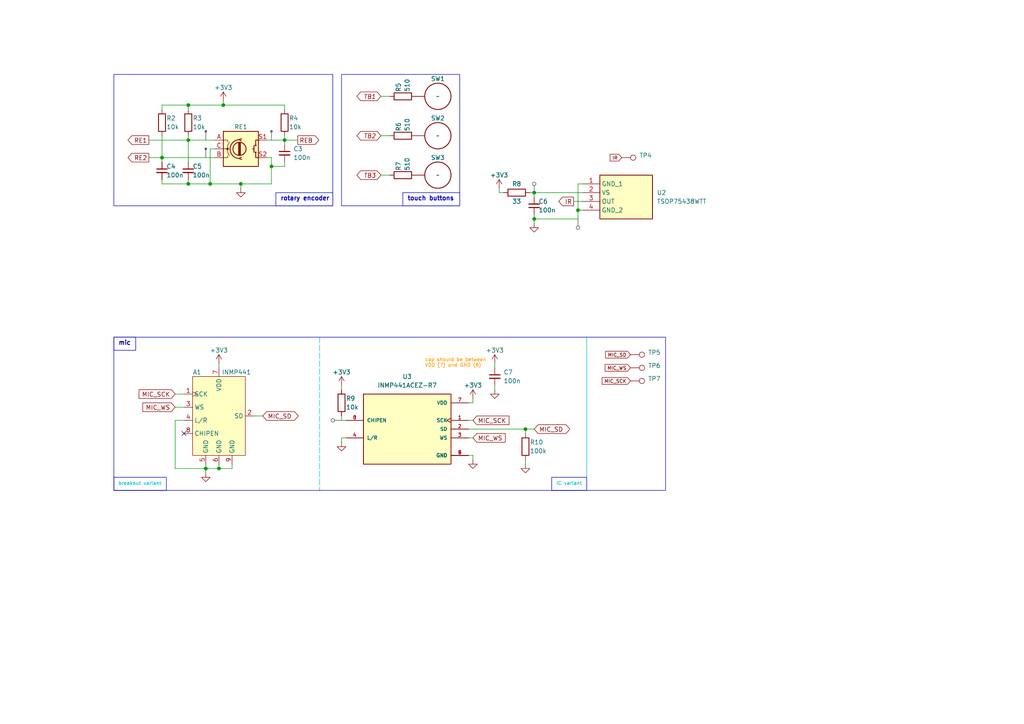
<source format=kicad_sch>
(kicad_sch (version 20231120) (generator "eeschema") (generator_version "8.0")
  (paper "A4")
  (title_block (title "Sensors") (date "2023-05-25") (rev "1.0") (company "Vas' lab"))
  (lib_symbols
    (symbol "Board_breakout:INMP441"
      (property "Reference" "A" (at -6.35 12.7 0))
      (property "Value" "INMP441" (at 8.89 -7.62 90))
      (symbol "INMP441_1_1"
        (rectangle (start -7.62 11.43) (end 7.62 -11.43) (fill (type background)))
        (pin input clock (at -10.16 6.35 0) (length 2.54) (name "SCK") (number "1"))
        (pin output line (at 10.16 0 180) (length 2.54) (name "SD") (number "2"))
        (pin input line (at -10.16 2.54 0) (length 2.54) (name "WS") (number "3"))
        (pin input line (at -10.16 -1.27 0) (length 2.54) (name "L/R") (number "4"))
        (pin power_in line (at -3.81 -13.97 90) (length 2.54) (name "GND") (number "5"))
        (pin power_in line (at 0 -13.97 90) (length 2.54) (name "GND") (number "6"))
        (pin power_in line (at 0 13.97 270) (length 2.54) (name "VDD") (number "7"))
        (pin input line (at -10.16 -5.08 0) (length 2.54) (name "CHIPEN") (number "8"))
        (pin power_in line (at 3.81 -13.97 90) (length 2.54) (name "GND") (number "9"))
      )
    )
    (symbol "Connector:TestPoint" (pin_numbers hide) (pin_names (offset 0.762) hide)
      (property "Reference" "TP" (at 0 6.858 0))
      (property "Value" "TestPoint" (at 0 5.08 0))
      (symbol "TestPoint_0_1"
        (circle (center 0 3.302) (radius 0.762))
      )
      (symbol "TestPoint_1_1"
        (pin passive line (at 0 0 90) (length 2.54) (name "1") (number "1"))
      )
    )
    (symbol "Device:C_Small" (pin_numbers hide) (pin_names (offset 0.254) hide)
      (property "Reference" "C" (at 0.254 1.778 0))
      (property "Value" "C_Small" (at 0.254 -2.032 0))
      (symbol "C_Small_0_1"
        (polyline (pts (xy -1.524 -0.508) (xy 1.524 -0.508)) (stroke (width 0.3302)))
        (polyline (pts (xy -1.524 0.508) (xy 1.524 0.508)) (stroke (width 0.3048)))
      )
      (symbol "C_Small_1_1"
        (pin passive line (at 0 2.54 270) (length 2.032) (name "~") (number "1"))
        (pin passive line (at 0 -2.54 90) (length 2.032) (name "~") (number "2"))
      )
    )
    (symbol "Device:R" (pin_numbers hide) (pin_names (offset 0))
      (property "Reference" "R" (at 2.032 0 90))
      (property "Value" "R" (at 0 0 90))
      (symbol "R_0_1"
        (rectangle (start -1.016 -2.54) (end 1.016 2.54) (stroke (width 0.254)))
      )
      (symbol "R_1_1"
        (pin passive line (at 0 3.81 270) (length 1.27) (name "~") (number "1"))
        (pin passive line (at 0 -3.81 90) (length 1.27) (name "~") (number "2"))
      )
    )
    (symbol "Device:RotaryEncoder_Switch" (pin_names (offset 0.254) hide)
      (property "Reference" "SW" (at 0 6.604 0))
      (property "Value" "RotaryEncoder_Switch" (at 0 -6.604 0))
      (symbol "RotaryEncoder_Switch_0_1"
        (rectangle (start -5.08 5.08) (end 5.08 -5.08) (stroke (width 0.254)) (fill (type background)))
        (circle (center -3.81 0) (radius 0.254) (fill (type outline)))
        (circle (center -0.381 0) (radius 1.905) (stroke (width 0.254)))
        (arc (start -0.381 2.667) (mid -3.0988 -0.0635) (end -0.381 -2.794) (stroke (width 0.254)))
        (polyline (pts (xy -0.635 -1.778) (xy -0.635 1.778)) (stroke (width 0.254)))
        (polyline (pts (xy -0.381 -1.778) (xy -0.381 1.778)) (stroke (width 0.254)))
        (polyline (pts (xy -0.127 1.778) (xy -0.127 -1.778)) (stroke (width 0.254)))
        (polyline (pts (xy 3.81 0) (xy 3.429 0)) (stroke (width 0.254)))
        (polyline (pts (xy 3.81 1.016) (xy 3.81 -1.016)) (stroke (width 0.254)))
        (polyline (pts (xy -5.08 -2.54) (xy -3.81 -2.54) (xy -3.81 -2.032)))
        (polyline (pts (xy -5.08 2.54) (xy -3.81 2.54) (xy -3.81 2.032)))
        (polyline (pts (xy 0.254 -3.048) (xy -0.508 -2.794) (xy 0.127 -2.413)) (stroke (width 0.254)))
        (polyline (pts (xy 0.254 2.921) (xy -0.508 2.667) (xy 0.127 2.286)) (stroke (width 0.254)))
        (polyline (pts (xy 5.08 -2.54) (xy 4.318 -2.54) (xy 4.318 -1.016)) (stroke (width 0.254)))
        (polyline (pts (xy 5.08 2.54) (xy 4.318 2.54) (xy 4.318 1.016)) (stroke (width 0.254)))
        (polyline (pts (xy -5.08 0) (xy -3.81 0) (xy -3.81 -1.016) (xy -3.302 -2.032)))
        (polyline (pts (xy -4.318 0) (xy -3.81 0) (xy -3.81 1.016) (xy -3.302 2.032)))
        (circle (center 4.318 -1.016) (radius 0.127) (stroke (width 0.254)))
        (circle (center 4.318 1.016) (radius 0.127) (stroke (width 0.254)))
      )
      (symbol "RotaryEncoder_Switch_1_1"
        (pin passive line (at -7.62 2.54 0) (length 2.54) (name "A") (number "A"))
        (pin passive line (at -7.62 -2.54 0) (length 2.54) (name "B") (number "B"))
        (pin passive line (at -7.62 0 0) (length 2.54) (name "C") (number "C"))
        (pin passive line (at 7.62 2.54 180) (length 2.54) (name "S1") (number "S1"))
        (pin passive line (at 7.62 -2.54 180) (length 2.54) (name "S2") (number "S2"))
      )
    )
    (symbol "INMP441ACEZ-R7:INMP441ACEZ-R7" (pin_names (offset 1.016))
      (property "Reference" "MK" (at -12.7 10.795 0))
      (property "Value" "INMP441ACEZ-R7" (at -12.7 -12.7 0))
      (symbol "INMP441ACEZ-R7_0_0"
        (rectangle (start -12.7 -10.16) (end 12.7 10.16) (stroke (width 0.254)) (fill (type background)))
        (pin input clock (at 17.78 2.54 180) (length 5.08) (name "SCK") (number "1"))
        (pin output line (at 17.78 0 180) (length 5.08) (name "SD") (number "2"))
        (pin input line (at 17.78 -2.54 180) (length 5.08) (name "WS") (number "3"))
        (pin input line (at -17.78 -2.54 0) (length 5.08) (name "L/R") (number "4"))
        (pin power_in line (at 17.78 -7.62 180) (length 5.08) (name "GND") (number "5"))
        (pin power_in line (at 17.78 -7.62 180) (length 5.08) (name "GND") (number "6"))
        (pin power_in line (at 17.78 7.62 180) (length 5.08) (name "VDD") (number "7"))
        (pin input line (at -17.78 2.54 0) (length 5.08) (name "CHIPEN") (number "8"))
        (pin power_in line (at 17.78 -7.62 180) (length 5.08) (name "GND") (number "9"))
      )
    )
    (symbol "Pad:Touch" (pin_numbers hide) (in_bom no)
      (property "Reference" "SW" (at 0 5.08 0))
      (symbol "Touch_1_1"
        (circle (center 0 0) (radius 3.81) (stroke (width 0.254)))
        (pin bidirectional line (at -6.35 0 0) (length 2.54) (name "") (number "1"))
      )
    )
    (symbol "TSOP75438WTT:TSOP75438WTT"
      (property "Reference" "IC" (at 21.59 7.62 0))
      (property "Value" "TSOP75438WTT" (at 21.59 5.08 0))
      (symbol "TSOP75438WTT_1_1"
        (rectangle (start 5.08 2.54) (end 20.32 -10.16) (stroke (width 0.254)) (fill (type background)))
        (pin passive line (at 0 0 0) (length 5.08) (name "GND_1") (number "1"))
        (pin passive line (at 0 -2.54 0) (length 5.08) (name "VS") (number "2"))
        (pin passive line (at 0 -5.08 0) (length 5.08) (name "OUT") (number "3"))
        (pin passive line (at 0 -7.62 0) (length 5.08) (name "GND_2") (number "4"))
      )
    )
    (symbol "power:+3V3" (power) (pin_names (offset 0))
      (property "Value" "+3V3" (at 0 3.556 0))
      (symbol "+3V3_0_1"
        (polyline (pts (xy -0.762 1.27) (xy 0 2.54)))
        (polyline (pts (xy 0 0) (xy 0 2.54)))
        (polyline (pts (xy 0 2.54) (xy 0.762 1.27)))
      )
      (symbol "+3V3_1_1"
        (pin power_in line (at 0 0 90) (length 0) hide (name "+3V3") (number "1"))
      )
    )
    (symbol "power:GND" (power) (pin_names (offset 0))
      (property "Value" "GND" (at 0 -3.81 0))
      (symbol "GND_0_1"
        (polyline (pts (xy 0 0) (xy 0 -1.27) (xy 1.27 -1.27) (xy 0 -2.54) (xy -1.27 -1.27) (xy 0 -1.27)))
      )
      (symbol "GND_1_1"
        (pin power_in line (at 0 0 270) (length 0) hide (name "GND") (number "1"))
      )
    )
  )
  (junction (at 63.5 135.89))
  (junction (at 60.96 53.34))
  (junction (at 54.61 30.48))
  (junction (at 82.55 40.64))
  (junction (at 54.61 53.34))
  (junction (at 78.74 48.26))
  (junction (at 46.99 45.72))
  (junction (at 167.64 60.96))
  (junction (at 69.85 53.34))
  (junction (at 154.94 55.88))
  (junction (at 59.69 135.89))
  (junction (at 64.77 30.48))
  (junction (at 152.4 124.46))
  (junction (at 54.61 40.64))
  (junction (at 154.94 63.5))
  (no_connect (at 53.34 125.73))
  (wire (pts (xy 73.66 120.65) (xy 76.2 120.65)))
  (wire (pts (xy 46.99 30.48) (xy 46.99 31.75)))
  (wire (pts (xy 78.74 45.72) (xy 78.74 48.26)))
  (wire (pts (xy 99.06 111.76) (xy 99.06 113.03)))
  (wire (pts (xy 54.61 40.64) (xy 62.23 40.64)))
  (wire (pts (xy 43.18 45.72) (xy 46.99 45.72)))
  (wire (pts (xy 82.55 40.64) (xy 82.55 41.91)))
  (wire (pts (xy 59.69 134.62) (xy 59.69 135.89)))
  (wire (pts (xy 135.89 116.84) (xy 137.16 116.84)))
  (wire (pts (xy 99.06 127) (xy 100.33 127)))
  (wire (pts (xy 143.51 111.76) (xy 143.51 113.03)))
  (wire (pts (xy 64.77 30.48) (xy 54.61 30.48)))
  (wire (pts (xy 168.91 53.34) (xy 167.64 53.34)))
  (wire (pts (xy 154.94 55.88) (xy 154.94 57.15)))
  (wire (pts (xy 153.67 55.88) (xy 154.94 55.88)))
  (wire (pts (xy 50.8 121.92) (xy 50.8 135.89)))
  (wire (pts (xy 54.61 30.48) (xy 54.61 31.75)))
  (wire (pts (xy 82.55 46.99) (xy 82.55 48.26)))
  (wire (pts (xy 152.4 133.35) (xy 152.4 134.62)))
  (wire (pts (xy 167.64 63.5) (xy 167.64 60.96)))
  (wire (pts (xy 144.78 55.88) (xy 144.78 54.61)))
  (wire (pts (xy 135.89 127) (xy 137.16 127)))
  (wire (pts (xy 167.64 60.96) (xy 168.91 60.96)))
  (wire (pts (xy 154.94 62.23) (xy 154.94 63.5)))
  (wire (pts (xy 54.61 52.07) (xy 54.61 53.34)))
  (wire (pts (xy 152.4 124.46) (xy 152.4 125.73)))
  (wire (pts (xy 46.99 45.72) (xy 62.23 45.72)))
  (wire (pts (xy 100.33 121.92) (xy 99.06 121.92)))
  (wire (pts (xy 50.8 118.11) (xy 53.34 118.11)))
  (wire (pts (xy 46.99 39.37) (xy 46.99 45.72)))
  (wire (pts (xy 63.5 134.62) (xy 63.5 135.89)))
  (wire (pts (xy 152.4 124.46) (xy 154.94 124.46)))
  (wire (pts (xy 63.5 105.41) (xy 63.5 106.68)))
  (wire (pts (xy 64.77 29.21) (xy 64.77 30.48)))
  (wire (pts (xy 60.96 53.34) (xy 69.85 53.34)))
  (wire (pts (xy 135.89 121.92) (xy 137.16 121.92)))
  (wire (pts (xy 110.49 39.37) (xy 113.03 39.37)))
  (wire (pts (xy 46.99 53.34) (xy 54.61 53.34)))
  (wire (pts (xy 69.85 53.34) (xy 69.85 54.61)))
  (wire (pts (xy 60.96 43.18) (xy 60.96 53.34)))
  (wire (pts (xy 167.64 53.34) (xy 167.64 60.96)))
  (wire (pts (xy 50.8 135.89) (xy 59.69 135.89)))
  (wire (pts (xy 77.47 45.72) (xy 78.74 45.72)))
  (wire (pts (xy 166.37 58.42) (xy 168.91 58.42)))
  (wire (pts (xy 46.99 30.48) (xy 54.61 30.48)))
  (wire (pts (xy 78.74 53.34) (xy 69.85 53.34)))
  (wire (pts (xy 135.89 132.08) (xy 137.16 132.08)))
  (wire (pts (xy 64.77 30.48) (xy 82.55 30.48)))
  (wire (pts (xy 154.94 63.5) (xy 154.94 64.77)))
  (wire (pts (xy 54.61 53.34) (xy 60.96 53.34)))
  (wire (pts (xy 82.55 30.48) (xy 82.55 31.75)))
  (wire (pts (xy 82.55 40.64) (xy 86.36 40.64)))
  (wire (pts (xy 50.8 121.92) (xy 53.34 121.92)))
  (polyline (pts (xy 92.71 97.79) (xy 92.71 142.24)) (stroke (width 0) (type dash) (color 0 194 194 0.5)))
  (wire (pts (xy 54.61 40.64) (xy 54.61 46.99)))
  (wire (pts (xy 78.74 48.26) (xy 78.74 53.34)))
  (wire (pts (xy 46.99 45.72) (xy 46.99 46.99)))
  (wire (pts (xy 46.99 52.07) (xy 46.99 53.34)))
  (wire (pts (xy 82.55 40.64) (xy 82.55 39.37)))
  (wire (pts (xy 110.49 27.94) (xy 113.03 27.94)))
  (wire (pts (xy 43.18 40.64) (xy 54.61 40.64)))
  (wire (pts (xy 146.05 55.88) (xy 144.78 55.88)))
  (wire (pts (xy 82.55 48.26) (xy 78.74 48.26)))
  (wire (pts (xy 137.16 116.84) (xy 137.16 115.57)))
  (wire (pts (xy 67.31 135.89) (xy 63.5 135.89)))
  (wire (pts (xy 99.06 121.92) (xy 99.06 120.65)))
  (wire (pts (xy 137.16 132.08) (xy 137.16 133.35)))
  (wire (pts (xy 54.61 39.37) (xy 54.61 40.64)))
  (wire (pts (xy 110.49 50.8) (xy 113.03 50.8)))
  (wire (pts (xy 63.5 135.89) (xy 59.69 135.89)))
  (wire (pts (xy 154.94 55.88) (xy 168.91 55.88)))
  (wire (pts (xy 143.51 105.41) (xy 143.51 106.68)))
  (wire (pts (xy 62.23 43.18) (xy 60.96 43.18)))
  (wire (pts (xy 67.31 134.62) (xy 67.31 135.89)))
  (wire (pts (xy 59.69 135.89) (xy 59.69 137.16)))
  (polyline (pts (xy 170.18 97.79) (xy 170.18 138.43)) (stroke (width 0) (type solid) (color 0 194 194 0.5)))
  (wire (pts (xy 135.89 124.46) (xy 152.4 124.46)))
  (wire (pts (xy 50.8 114.3) (xy 53.34 114.3)))
  (wire (pts (xy 99.06 128.27) (xy 99.06 127)))
  (wire (pts (xy 154.94 63.5) (xy 167.64 63.5)))
  (wire (pts (xy 77.47 40.64) (xy 82.55 40.64)))
  (rectangle (start 160.02 138.43) (end 170.18 142.24))
  (rectangle (start 33.02 138.43) (end 48.26 142.24))
  (rectangle (start 33.02 97.79) (end 39.37 101.6))
  (rectangle (start 33.02 97.79) (end 193.04 142.24))
  (rectangle (start 80.01 55.88) (end 96.52 59.69))
  (rectangle (start 33.02 21.59) (end 96.52 59.69))
  (rectangle (start 99.06 21.59) (end 133.35 59.69))
  (rectangle (start 116.84 55.88) (end 133.35 59.69))
  (text "rotary encoder" (at 81.28 58.42 0) (effects (font (size 1.27 1.27) (thickness 0.254) (bold yes)) (justify left bottom)))
  (text "touch buttons" (at 118.11 58.42 0) (effects (font (size 1.27 1.27) (bold yes)) (justify left bottom)))
  (text "cap should be between\nVDD (7) and GND (6)" (at 123.19 106.68 0) (effects (font (size 1 1)) (justify left bottom)))
  (text "mic" (at 34.29 100.33 0) (effects (font (size 1.27 1.27) (bold yes)) (justify left bottom)))
  (text "breakout variant" (at 34.29 140.97 0) (effects (font (size 1 1)) (justify left bottom)))
  (text "IC variant" (at 161.29 140.97 0) (effects (font (size 1 1)) (justify left bottom)))
  (global_label "IR" (shape output) (at 166.37 58.42 180) (property "Intersheetrefs" "${INTERSHEET_REFS}" (at 161.5894 58.42 0) (effects (justify right))) (property "Netclass" "signal_ls" (effects (hide yes))))
  (global_label "MIC_SD" (shape input) (at 182.88 102.87 180) (effects (font (size 1 1))) (property "Intersheetrefs" "${INTERSHEET_REFS}" (at 175.2587 102.87 0) (effects (justify right))))
  (global_label "MIC_SD" (shape bidirectional) (at 154.94 124.46 0) (property "Intersheetrefs" "${INTERSHEET_REFS}" (at 165.7304 124.46 0) (effects (justify left))))
  (global_label "RE1" (shape output) (at 43.18 40.64 180) (property "Intersheetrefs" "${INTERSHEET_REFS}" (at 36.6457 40.64 0) (effects (justify right))))
  (global_label "REB" (shape output) (at 86.36 40.64 0) (property "Intersheetrefs" "${INTERSHEET_REFS}" (at 92.9548 40.64 0) (effects (justify left))))
  (global_label "TB1" (shape bidirectional) (at 110.49 27.94 180) (effects (font (italic yes))) (property "Intersheetrefs" "${INTERSHEET_REFS}" (at 103.0484 27.94 0) (effects (justify right))))
  (global_label "MIC_WS" (shape input) (at 137.16 127 0) (property "Intersheetrefs" "${INTERSHEET_REFS}" (at 147.0205 127 0) (effects (justify left))))
  (global_label "MIC_SD" (shape bidirectional) (at 76.2 120.65 0) (property "Intersheetrefs" "${INTERSHEET_REFS}" (at 86.9904 120.65 0) (effects (justify left))))
  (global_label "IR" (shape input) (at 180.34 45.72 180) (effects (font (size 1 1))) (property "Intersheetrefs" "${INTERSHEET_REFS}" (at 176.5759 45.72 0) (effects (justify right))))
  (global_label "TB3" (shape bidirectional) (at 110.49 50.8 180) (effects (font (italic yes))) (property "Intersheetrefs" "${INTERSHEET_REFS}" (at 103.0484 50.8 0) (effects (justify right))))
  (global_label "TB2" (shape bidirectional) (at 110.49 39.37 180) (effects (font (italic yes))) (property "Intersheetrefs" "${INTERSHEET_REFS}" (at 103.0484 39.37 0) (effects (justify right))))
  (global_label "MIC_SCK" (shape input) (at 50.8 114.3 180) (property "Intersheetrefs" "${INTERSHEET_REFS}" (at 39.8509 114.3 0) (effects (justify right))))
  (global_label "MIC_WS" (shape input) (at 50.8 118.11 180) (property "Intersheetrefs" "${INTERSHEET_REFS}" (at 40.9395 118.11 0) (effects (justify right))))
  (global_label "MIC_WS" (shape input) (at 182.88 106.68 180) (effects (font (size 1 1))) (property "Intersheetrefs" "${INTERSHEET_REFS}" (at 175.1158 106.68 0) (effects (justify right))))
  (global_label "RE2" (shape output) (at 43.18 45.72 180) (property "Intersheetrefs" "${INTERSHEET_REFS}" (at 36.6457 45.72 0) (effects (justify right))))
  (global_label "MIC_SCK" (shape input) (at 182.88 110.49 180) (effects (font (size 1 1))) (property "Intersheetrefs" "${INTERSHEET_REFS}" (at 174.2587 110.49 0) (effects (justify right))))
  (global_label "MIC_SCK" (shape input) (at 137.16 121.92 0) (property "Intersheetrefs" "${INTERSHEET_REFS}" (at 148.1091 121.92 0) (effects (justify left))))
  (netclass_flag "" (length 2.54) (shape round) (at 99.06 121.92 90) (property "Netclass" "logic" (effects (hide yes))))
  (netclass_flag "" (length 2.54) (shape dot) (at 59.69 40.64 0) (property "Netclass" "logic" (effects (hide yes))))
  (netclass_flag "" (length 2.54) (shape round) (at 154.94 55.88 0) (property "Netclass" "power" (effects (hide yes))))
  (netclass_flag "" (length 2.54) (shape dot) (at 59.69 45.72 0) (property "Netclass" "logic" (effects (hide yes))))
  (netclass_flag "" (length 2.54) (shape dot) (at 78.74 40.64 0) (property "Netclass" "logic" (effects (hide yes))))
  (netclass_flag "" (length 2.54) (shape round) (at 167.64 63.5 180) (property "Netclass" "power" (effects (hide yes))))
  (symbol (lib_id "Device:R") (at 149.86 55.88 90) (unit 1)
    (property "Reference" "R8" (at 149.86 53.34 90))
    (property "Value" "33" (at 149.86 58.42 90))
    (property "Footprint" "Resistor_SMD:R_0805_2012Metric_Pad1.20x1.40mm_HandSolder" (effects (hide yes)))
  )
  (symbol (lib_id "power:GND") (at 137.16 133.35 0) (unit 1)
    (property "Reference" "#PWR017" (effects (hide yes)))
    (property "Value" "GND" (effects (hide yes)))
  )
  (symbol (lib_id "Connector:TestPoint") (at 182.88 106.68 270) (unit 1) (in_bom no)
    (property "Reference" "TP6" (at 187.96 106.045 90) (effects (justify left)))
    (property "Value" "TestPoint" (effects (hide yes)))
    (property "Footprint" "TestPoint:TestPoint_Pad_1.0x1.0mm" (effects (hide yes)))
  )
  (symbol (lib_id "power:GND") (at 59.69 137.16 0) (unit 1)
    (property "Reference" "#PWR019" (effects (hide yes)))
    (property "Value" "GND" (effects (hide yes)))
  )
  (symbol (lib_id "power:+3V3") (at 137.16 115.57 0) (unit 1)
    (property "Reference" "#PWR015" (effects (hide yes)))
    (property "Value" "+3V3" (at 137.16 111.76 0))
  )
  (symbol (lib_id "TSOP75438WTT:TSOP75438WTT") (at 168.91 53.34 0) (unit 1)
    (property "Reference" "U2" (at 190.5 55.8799 0) (effects (justify left)))
    (property "Value" "TSOP75438WTT" (at 190.5 58.4199 0) (effects (justify left)))
    (property "Footprint" "Vishay:TSOP75_WTT_VIS" (effects (hide yes)))
    (property "Datasheet" "https://www.vishay.com/doc?82496" (effects (hide yes)))
    (property "Description" "Vishay TSOP75438WTT, 38kHz IR Receiver, 950nm +/-50 , 45m Range, 2.5V - 5V, SMT, 6.8 x 3 x 3.2mm" (effects (hide yes)))
    (property "Height" "2.5" (effects (hide yes)))
    (property "Mouser Part Number" "78-TSOP75438WTT" (effects (hide yes)))
    (property "Mouser Price/Stock" "https://www.mouser.co.uk/ProductDetail/Vishay-Semiconductors/TSOP75438WTT?qs=fbkhFuCHoTbC02geX4r74g%3D%3D" (effects (hide yes)))
    (property "Manufacturer_Name" "Vishay" (effects (hide yes)))
    (property "Manufacturer_Part_Number" "TSOP75438WTT" (effects (hide yes)))
  )
  (symbol (lib_id "Device:R") (at 46.99 35.56 0) (unit 1)
    (property "Reference" "R2" (at 48.26 34.29 0) (effects (justify left)))
    (property "Value" "10k" (at 48.26 36.83 0) (effects (justify left)))
    (property "Footprint" "Resistor_SMD:R_0805_2012Metric_Pad1.20x1.40mm_HandSolder" (effects (hide yes)))
  )
  (symbol (lib_id "Device:C_Small") (at 46.99 49.53 0) (unit 1)
    (property "Reference" "C4" (at 48.26 48.26 0) (effects (justify left)))
    (property "Value" "100n" (at 48.26 50.8 0) (effects (justify left)))
    (property "Footprint" "Capacitor_SMD:C_0805_2012Metric_Pad1.18x1.45mm_HandSolder" (effects (hide yes)))
  )
  (symbol (lib_id "power:+3V3") (at 144.78 54.61 0) (unit 1)
    (property "Reference" "#PWR09" (effects (hide yes)))
    (property "Value" "+3V3" (at 144.78 50.8 0))
  )
  (symbol (lib_id "Device:R") (at 82.55 35.56 180) (unit 1)
    (property "Reference" "R4" (at 83.82 34.29 0) (effects (justify right)))
    (property "Value" "10k" (at 83.82 36.83 0) (effects (justify right)))
    (property "Footprint" "Resistor_SMD:R_0805_2012Metric_Pad1.20x1.40mm_HandSolder" (effects (hide yes)))
  )
  (symbol (lib_id "Device:R") (at 116.84 39.37 90) (unit 1)
    (property "Reference" "R6" (at 115.57 38.1 0) (effects (justify left)))
    (property "Value" "510" (at 118.11 38.1 0) (effects (justify left)))
    (property "Footprint" "Resistor_SMD:R_0805_2012Metric_Pad1.20x1.40mm_HandSolder" (effects (hide yes)))
  )
  (symbol (lib_id "INMP441ACEZ-R7:INMP441ACEZ-R7") (at 118.11 124.46 0) (unit 1)
    (property "Reference" "U3" (at 118.11 109.22 0))
    (property "Value" "INMP441ACEZ-R7" (at 118.11 111.76 0))
    (property "Footprint" "TDK:INMP441ACEZ-R7" (effects (hide yes)))
    (property "Datasheet" "https://www.digikey.com/htmldatasheets/production/1431884/0/0/1/INMP441-Datasheet.pdf" (effects (hide yes)))
    (property "PARTREV" "1.1" (effects (hide yes)))
    (property "MANUFACTURER" "TDK InvenSense" (effects (hide yes)))
    (property "MAXIMUM_PACKAGE_HEIGHT" "1.05 mm" (effects (hide yes)))
    (property "STANDARD" "Manufacturer Recommendations" (effects (hide yes)))
  )
  (symbol (lib_id "Pad:Touch") (at 127 27.94 0) (unit 1) (in_bom no)
    (property "Reference" "SW1" (at 127 22.86 0))
    (property "Value" "~" (at 127 27.94 0))
    (property "Footprint" "Pad:Touch_Circular_10mm" (effects (hide yes)))
    (property "Description" "Generic touch pad" (effects (hide yes)))
  )
  (symbol (lib_id "power:+3V3") (at 143.51 105.41 0) (unit 1)
    (property "Reference" "#PWR012" (effects (hide yes)))
    (property "Value" "+3V3" (at 143.51 101.6 0))
  )
  (symbol (lib_id "power:+3V3") (at 63.5 105.41 0) (unit 1)
    (property "Reference" "#PWR011" (effects (hide yes)))
    (property "Value" "+3V3" (at 63.5 101.6 0))
  )
  (symbol (lib_id "Device:R") (at 116.84 50.8 90) (unit 1)
    (property "Reference" "R7" (at 115.57 49.53 0) (effects (justify left)))
    (property "Value" "510" (at 118.11 49.53 0) (effects (justify left)))
    (property "Footprint" "Resistor_SMD:R_0805_2012Metric_Pad1.20x1.40mm_HandSolder" (effects (hide yes)))
  )
  (symbol (lib_id "Device:R") (at 116.84 27.94 90) (unit 1)
    (property "Reference" "R5" (at 115.57 26.67 0) (effects (justify left)))
    (property "Value" "510" (at 118.11 26.67 0) (effects (justify left)))
    (property "Footprint" "Resistor_SMD:R_0805_2012Metric_Pad1.20x1.40mm_HandSolder" (effects (hide yes)))
  )
  (symbol (lib_id "power:+3V3") (at 99.06 111.76 0) (unit 1)
    (property "Reference" "#PWR013" (effects (hide yes)))
    (property "Value" "+3V3" (at 99.06 107.95 0))
  )
  (symbol (lib_id "Device:C_Small") (at 143.51 109.22 0) (unit 1)
    (property "Reference" "C7" (at 146.05 107.95 0) (effects (justify left)))
    (property "Value" "100n" (at 146.05 110.49 0) (effects (justify left)))
    (property "Footprint" "Capacitor_SMD:C_0805_2012Metric_Pad1.18x1.45mm_HandSolder" (effects (hide yes)))
  )
  (symbol (lib_id "Device:R") (at 152.4 129.54 0) (unit 1)
    (property "Reference" "R10" (at 153.67 128.27 0) (effects (justify left)))
    (property "Value" "100k" (at 153.67 130.81 0) (effects (justify left)))
    (property "Footprint" "Resistor_SMD:R_0805_2012Metric_Pad1.20x1.40mm_HandSolder" (effects (hide yes)))
  )
  (symbol (lib_id "Connector:TestPoint") (at 182.88 102.87 270) (unit 1) (in_bom no)
    (property "Reference" "TP5" (at 187.96 102.235 90) (effects (justify left)))
    (property "Value" "TestPoint" (effects (hide yes)))
    (property "Footprint" "TestPoint:TestPoint_Pad_1.0x1.0mm" (effects (hide yes)))
  )
  (symbol (lib_id "power:GND") (at 154.94 64.77 0) (unit 1)
    (property "Reference" "#PWR010" (effects (hide yes)))
    (property "Value" "GND" (effects (hide yes)))
  )
  (symbol (lib_id "Device:C_Small") (at 154.94 59.69 180) (unit 1)
    (property "Reference" "C6" (at 156.21 58.42 0) (effects (justify right)))
    (property "Value" "100n" (at 156.21 60.96 0) (effects (justify right)))
    (property "Footprint" "Capacitor_SMD:C_0805_2012Metric_Pad1.18x1.45mm_HandSolder" (effects (hide yes)))
  )
  (symbol (lib_id "Pad:Touch") (at 127 39.37 0) (unit 1) (in_bom no)
    (property "Reference" "SW2" (at 127 34.29 0))
    (property "Value" "~" (at 127 39.37 0))
    (property "Footprint" "Pad:Touch_Circular_10mm" (effects (hide yes)))
    (property "Description" "Generic touch pad" (effects (hide yes)))
  )
  (symbol (lib_id "Device:C_Small") (at 82.55 44.45 0) (unit 1)
    (property "Reference" "C3" (at 85.09 43.18 0) (effects (justify left)))
    (property "Value" "100n" (at 85.09 45.72 0) (effects (justify left)))
    (property "Footprint" "Capacitor_SMD:C_0805_2012Metric_Pad1.18x1.45mm_HandSolder" (effects (hide yes)))
  )
  (symbol (lib_id "Device:RotaryEncoder_Switch") (at 69.85 43.18 0) (unit 1)
    (property "Reference" "RE1" (at 69.85 36.83 0))
    (property "Value" "RotaryEncoder_Switch" (effects (hide yes)))
    (property "Footprint" "Rotary_Encoder:RotaryEncoder_Alps_EC11E-Switch_Vertical_H20mm" (effects (hide yes)))
  )
  (symbol (lib_id "power:GND") (at 69.85 54.61 0) (unit 1)
    (property "Reference" "#PWR08" (effects (hide yes)))
    (property "Value" "GND" (effects (hide yes)))
  )
  (symbol (lib_id "Connector:TestPoint") (at 182.88 110.49 270) (unit 1) (in_bom no)
    (property "Reference" "TP7" (at 187.96 109.855 90) (effects (justify left)))
    (property "Value" "TestPoint" (effects (hide yes)))
    (property "Footprint" "TestPoint:TestPoint_Pad_1.0x1.0mm" (effects (hide yes)))
  )
  (symbol (lib_id "power:GND") (at 99.06 128.27 0) (unit 1)
    (property "Reference" "#PWR016" (effects (hide yes)))
    (property "Value" "GND" (effects (hide yes)))
  )
  (symbol (lib_id "Connector:TestPoint") (at 180.34 45.72 270) (unit 1) (in_bom no)
    (property "Reference" "TP4" (at 185.42 45.085 90) (effects (justify left)))
    (property "Value" "TestPoint" (effects (hide yes)))
    (property "Footprint" "TestPoint:TestPoint_Pad_1.0x1.0mm" (effects (hide yes)))
  )
  (symbol (lib_id "Board_breakout:INMP441") (at 63.5 120.65 0) (unit 1) (exclude_from_sim yes)
    (property "Reference" "A1" (at 57.15 107.95 0))
    (property "Value" "INMP441" (at 68.58 107.95 0))
    (property "Footprint" "Board_breakout:INMP441 breakout" (effects (hide yes)))
    (property "Datasheet" "https://invensense.tdk.com/wp-content/uploads/2015/02/INMP441.pdf" (effects (hide yes)))
    (property "Description" "I2S mic" (effects (hide yes)))
  )
  (symbol (lib_id "Device:R") (at 99.06 116.84 0) (unit 1)
    (property "Reference" "R9" (at 100.33 115.57 0) (effects (justify left)))
    (property "Value" "10k" (at 100.33 118.11 0) (effects (justify left)))
    (property "Footprint" "Resistor_SMD:R_0805_2012Metric_Pad1.20x1.40mm_HandSolder" (effects (hide yes)))
  )
  (symbol (lib_id "power:+3V3") (at 64.77 29.21 0) (unit 1)
    (property "Reference" "#PWR07" (effects (hide yes)))
    (property "Value" "+3V3" (at 64.77 25.4 0))
  )
  (symbol (lib_id "Device:C_Small") (at 54.61 49.53 0) (unit 1)
    (property "Reference" "C5" (at 55.88 48.26 0) (effects (justify left)))
    (property "Value" "100n" (at 55.88 50.8 0) (effects (justify left)))
    (property "Footprint" "Capacitor_SMD:C_0805_2012Metric_Pad1.18x1.45mm_HandSolder" (effects (hide yes)))
  )
  (symbol (lib_id "power:GND") (at 143.51 113.03 0) (unit 1)
    (property "Reference" "#PWR014" (effects (hide yes)))
    (property "Value" "GND" (effects (hide yes)))
  )
  (symbol (lib_id "power:GND") (at 152.4 134.62 0) (unit 1)
    (property "Reference" "#PWR018" (effects (hide yes)))
    (property "Value" "GND" (effects (hide yes)))
  )
  (symbol (lib_id "Device:R") (at 54.61 35.56 180) (unit 1)
    (property "Reference" "R3" (at 55.88 34.29 0) (effects (justify right)))
    (property "Value" "10k" (at 55.88 36.83 0) (effects (justify right)))
    (property "Footprint" "Resistor_SMD:R_0805_2012Metric_Pad1.20x1.40mm_HandSolder" (effects (hide yes)))
  )
  (symbol (lib_id "Pad:Touch") (at 127 50.8 0) (unit 1) (in_bom no)
    (property "Reference" "SW3" (at 127 45.72 0))
    (property "Value" "~" (at 127 50.8 0))
    (property "Footprint" "Pad:Touch_Circular_10mm" (effects (hide yes)))
    (property "Description" "Generic touch pad" (effects (hide yes)))
  )
)
</source>
